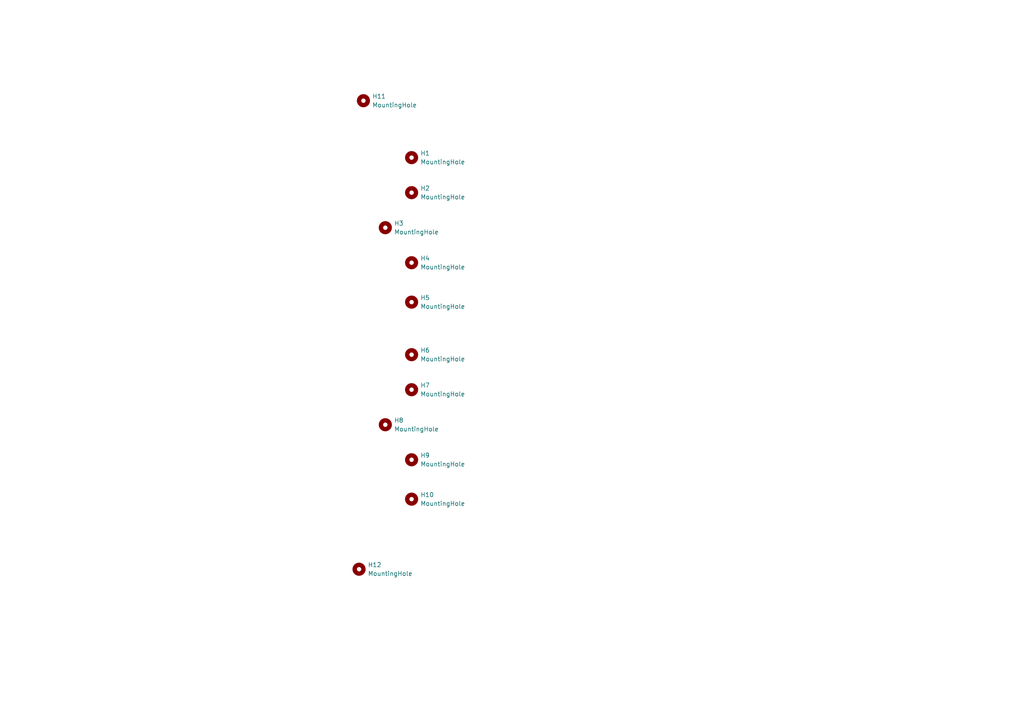
<source format=kicad_sch>
(kicad_sch (version 20250114) (generator "eeschema") (generator_version "9.0")
  (paper "A4")
  (lib_symbols
    (symbol "Mechanical:MountingHole" (pin_names (offset 1.016)) (in_bom no)
      (property "Reference" "H" (at 0 5.08 0))
      (property "Value" "MountingHole" (at 0 3.175 0))
      (symbol "MountingHole_0_1"
        (circle (center 0 0) (radius 1.27) (stroke (width 1.27)))
      )
    )
  )
  (symbol (lib_id "Mechanical:MountingHole") (at 119.38 144.78 0) (unit 1) (in_bom no)
    (property "Reference" "H10" (at 121.92 143.5099 0) (effects (justify left)))
    (property "Value" "MountingHole" (at 121.92 146.0499 0) (effects (justify left)))
    (property "Footprint" "AudioJacks:PanelHole_Potentiometer_6.8mm_13mm_knob" (effects (hide yes)))
    (property "Description" "Mounting Hole without connection" (effects (hide yes)))
  )
  (symbol (lib_id "Mechanical:MountingHole") (at 119.38 45.72 0) (unit 1) (in_bom no)
    (property "Reference" "H1" (at 121.92 44.4499 0) (effects (justify left)))
    (property "Value" "MountingHole" (at 121.92 46.9899 0) (effects (justify left)))
    (property "Footprint" "AudioJacks:PanelHole_AudioJack_6.8mm" (effects (hide yes)))
    (property "Description" "Mounting Hole without connection" (effects (hide yes)))
  )
  (symbol (lib_id "Mechanical:MountingHole") (at 105.41 29.21 0) (unit 1) (in_bom no)
    (property "Reference" "H11" (at 107.95 27.9399 0) (effects (justify left)))
    (property "Value" "MountingHole" (at 107.95 30.4799 0) (effects (justify left)))
    (property "Footprint" "MountingHole:MountingHole_3.2mm_M3" (effects (hide yes)))
    (property "Description" "Mounting Hole without connection" (effects (hide yes)))
  )
  (symbol (lib_id "Mechanical:MountingHole") (at 119.38 87.63 0) (unit 1) (in_bom no)
    (property "Reference" "H5" (at 121.92 86.3599 0) (effects (justify left)))
    (property "Value" "MountingHole" (at 121.92 88.8999 0) (effects (justify left)))
    (property "Footprint" "AudioJacks:PanelHole_Potentiometer_6.8mm_13mm_knob" (effects (hide yes)))
    (property "Description" "Mounting Hole without connection" (effects (hide yes)))
  )
  (symbol (lib_id "Mechanical:MountingHole") (at 111.76 66.04 0) (unit 1) (in_bom no)
    (property "Reference" "H3" (at 114.3 64.7699 0) (effects (justify left)))
    (property "Value" "MountingHole" (at 114.3 67.3099 0) (effects (justify left)))
    (property "Footprint" "MountingHole:MountingHole_3.2mm_M3" (effects (hide yes)))
    (property "Description" "Mounting Hole without connection" (effects (hide yes)))
  )
  (symbol (lib_id "Mechanical:MountingHole") (at 119.38 102.87 0) (unit 1) (in_bom no)
    (property "Reference" "H6" (at 121.92 101.5999 0) (effects (justify left)))
    (property "Value" "MountingHole" (at 121.92 104.1399 0) (effects (justify left)))
    (property "Footprint" "AudioJacks:PanelHole_AudioJack_6.8mm" (effects (hide yes)))
    (property "Description" "Mounting Hole without connection" (effects (hide yes)))
  )
  (symbol (lib_id "Mechanical:MountingHole") (at 119.38 133.35 0) (unit 1) (in_bom no)
    (property "Reference" "H9" (at 121.92 132.0799 0) (effects (justify left)))
    (property "Value" "MountingHole" (at 121.92 134.6199 0) (effects (justify left)))
    (property "Footprint" "AudioJacks:PanelHole_AudioJack_6.8mm" (effects (hide yes)))
    (property "Description" "Mounting Hole without connection" (effects (hide yes)))
  )
  (symbol (lib_id "Mechanical:MountingHole") (at 111.76 123.19 0) (unit 1) (in_bom no)
    (property "Reference" "H8" (at 114.3 121.9199 0) (effects (justify left)))
    (property "Value" "MountingHole" (at 114.3 124.4599 0) (effects (justify left)))
    (property "Footprint" "MountingHole:MountingHole_3.2mm_M3" (effects (hide yes)))
    (property "Description" "Mounting Hole without connection" (effects (hide yes)))
  )
  (symbol (lib_id "Mechanical:MountingHole") (at 104.14 165.1 0) (unit 1) (in_bom no)
    (property "Reference" "H12" (at 106.68 163.8299 0) (effects (justify left)))
    (property "Value" "MountingHole" (at 106.68 166.3699 0) (effects (justify left)))
    (property "Footprint" "MountingHole:MountingHole_3.2mm_M3" (effects (hide yes)))
    (property "Description" "Mounting Hole without connection" (effects (hide yes)))
  )
  (symbol (lib_id "Mechanical:MountingHole") (at 119.38 55.88 0) (unit 1) (in_bom no)
    (property "Reference" "H2" (at 121.92 54.6099 0) (effects (justify left)))
    (property "Value" "MountingHole" (at 121.92 57.1499 0) (effects (justify left)))
    (property "Footprint" "AudioJacks:PanelHole_AudioJack_6.8mm" (effects (hide yes)))
    (property "Description" "Mounting Hole without connection" (effects (hide yes)))
  )
  (symbol (lib_id "Mechanical:MountingHole") (at 119.38 76.2 0) (unit 1) (in_bom no)
    (property "Reference" "H4" (at 121.92 74.9299 0) (effects (justify left)))
    (property "Value" "MountingHole" (at 121.92 77.4699 0) (effects (justify left)))
    (property "Footprint" "AudioJacks:PanelHole_AudioJack_6.8mm" (effects (hide yes)))
    (property "Description" "Mounting Hole without connection" (effects (hide yes)))
  )
  (symbol (lib_id "Mechanical:MountingHole") (at 119.38 113.03 0) (unit 1) (in_bom no)
    (property "Reference" "H7" (at 121.92 111.7599 0) (effects (justify left)))
    (property "Value" "MountingHole" (at 121.92 114.2999 0) (effects (justify left)))
    (property "Footprint" "AudioJacks:PanelHole_AudioJack_6.8mm" (effects (hide yes)))
    (property "Description" "Mounting Hole without connection" (effects (hide yes)))
  )
)
</source>
